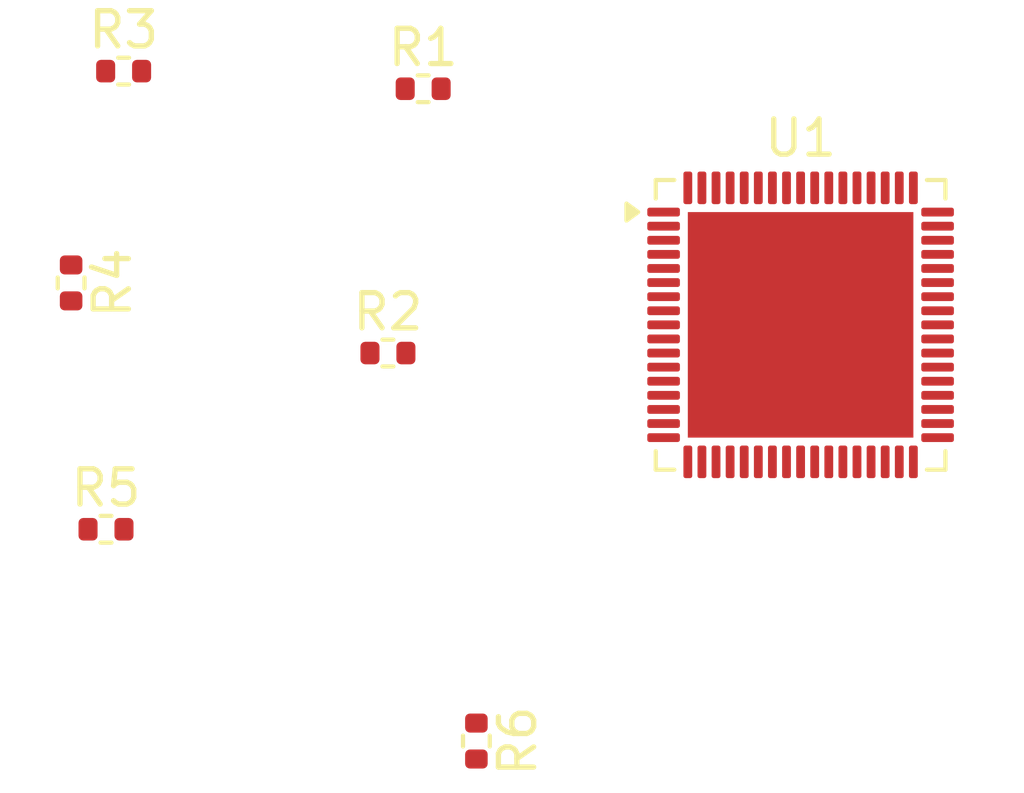
<source format=kicad_pcb>
(kicad_pcb (version 20241229) (generator "pcbnew") (generator_version "9.0")
  (layers (0 "F.Cu" signal) (2 "B.Cu" signal) (13 "F.Paste" user) (15 "B.Paste" user) (5 "F.SilkS" user "F.Silkscreen") (7 "B.SilkS" user "B.Silkscreen") (1 "F.Mask" user) (3 "B.Mask" user) (25 "Edge.Cuts" user))
  (net 0 "")
  (net 1 "Net-(U1-NRST)")
  (net 2 "Net-(U1-PC12)")
  (net 3 "Net-(U1-PC10)")
  (net 4 "Net-(U1-PC4)")
  (net 5 "Net-(R3-Pad1)")
  (net 6 "Net-(U1-RF1)")
  (net 7 "Net-(U1-PD0)")
  (net 34 "GND")
  (footprint "Resistor_SMD:R_0402_1005Metric" (layer "F.Cu") (at 139 84.51 -90)
    (property "Reference" "R6" (at 0 -1.17 90) (layer "F.SilkS"))
    (property "Value" "10k")
    (fp_line (start -0.153641 0.38) (end 0.153641 0.38) (stroke (width 0.12)) (layer "F.SilkS"))
    (fp_line (start -0.153641 -0.38) (end 0.153641 -0.38) (stroke (width 0.12)) (layer "F.SilkS"))
    (pad "1" smd roundrect (at -0.51 0 270) (size 0.54 0.64) (layers "F.Cu" "F.Mask" "F.Paste") (net 7 "Net-(U1-PD0)"))
    (pad "2" smd roundrect (at 0.51 0 270) (size 0.54 0.64) (layers "F.Cu" "F.Mask" "F.Paste") (net 6 "Net-(U1-RF1)"))
  )
  (footprint "Resistor_SMD:R_0402_1005Metric" (layer "F.Cu") (at 127.5 71.51 -90)
    (property "Reference" "R4" (at 0 -1.17 90) (layer "F.SilkS"))
    (property "Value" "10k")
    (fp_line (start -0.153641 0.38) (end 0.153641 0.38) (stroke (width 0.12)) (layer "F.SilkS"))
    (fp_line (start -0.153641 -0.38) (end 0.153641 -0.38) (stroke (width 0.12)) (layer "F.SilkS"))
    (pad "1" smd roundrect (at -0.51 0 270) (size 0.54 0.64) (layers "F.Cu" "F.Mask" "F.Paste") (net 5 "Net-(R3-Pad1)"))
    (pad "2" smd roundrect (at 0.51 0 270) (size 0.54 0.64) (layers "F.Cu" "F.Mask" "F.Paste") (net 4 "Net-(U1-PC4)"))
  )
  (footprint "Resistor_SMD:R_0402_1005Metric" (layer "F.Cu") (at 128.99 65.5)
    (property "Reference" "R3" (at 0 -1.17 0) (layer "F.SilkS"))
    (property "Value" "10k")
    (fp_line (start -0.153641 -0.38) (end 0.153641 -0.38) (stroke (width 0.12)) (layer "F.SilkS"))
    (fp_line (start -0.153641 0.38) (end 0.153641 0.38) (stroke (width 0.12)) (layer "F.SilkS"))
    (pad "1" smd roundrect (at -0.51 0) (size 0.54 0.64) (layers "F.Cu" "F.Mask" "F.Paste") (net 5 "Net-(R3-Pad1)"))
    (pad "2" smd roundrect (at 0.51 0) (size 0.54 0.64) (layers "F.Cu" "F.Mask" "F.Paste") (net 2 "Net-(U1-PC12)"))
  )
  (footprint "Package_DFN_QFN:QFN-68-1EP_8x8mm_P0.4mm_EP6.4x6.4mm" (layer "F.Cu") (at 148.2 72.7)
    (property "Reference" "U1" (at 0 -5.3 0) (layer "F.SilkS"))
    (property "Value" "STM32WB55RCVx")
    (fp_line (start -4.11 -4.11) (end -3.585 -4.11) (stroke (width 0.12)) (layer "F.SilkS"))
    (fp_line (start -4.11 -3.585) (end -4.11 -4.11) (stroke (width 0.12)) (layer "F.SilkS"))
    (fp_line (start -4.11 4.11) (end -4.11 3.585) (stroke (width 0.12)) (layer "F.SilkS"))
    (fp_line (start -3.585 4.11) (end -4.11 4.11) (stroke (width 0.12)) (layer "F.SilkS"))
    (fp_line (start 3.585 -4.11) (end 4.11 -4.11) (stroke (width 0.12)) (layer "F.SilkS"))
    (fp_line (start 4.11 -4.11) (end 4.11 -3.585) (stroke (width 0.12)) (layer "F.SilkS"))
    (fp_line (start 4.11 3.585) (end 4.11 4.11) (stroke (width 0.12)) (layer "F.SilkS"))
    (fp_line (start 4.11 4.11) (end 3.585 4.11) (stroke (width 0.12)) (layer "F.SilkS"))
    (fp_poly (pts (xy -4.61 -3.2) (xy -4.94 -2.96) (xy -4.94 -3.44)) (stroke (width 0.12)) (fill yes) (layer "F.SilkS"))
    (pad "1" smd roundrect (at -3.8875 -3.2) (size 0.925 0.25) (layers "F.Cu" "F.Mask" "F.Paste"))
    (pad "2" smd roundrect (at -3.8875 -2.8) (size 0.925 0.25) (layers "F.Cu" "F.Mask" "F.Paste") (net 34 "GND"))
    (pad "3" smd roundrect (at -3.8875 -2.4) (size 0.925 0.25) (layers "F.Cu" "F.Mask" "F.Paste") (net 34 "GND"))
    (pad "4" smd roundrect (at -3.8875 -2) (size 0.925 0.25) (layers "F.Cu" "F.Mask" "F.Paste") (net 34 "GND"))
    (pad "5" smd roundrect (at -3.8875 -1.6) (size 0.925 0.25) (layers "F.Cu" "F.Mask" "F.Paste"))
    (pad "6" smd roundrect (at -3.8875 -1.2) (size 0.925 0.25) (layers "F.Cu" "F.Mask" "F.Paste"))
    (pad "7" smd roundrect (at -3.8875 -0.8) (size 0.925 0.25) (layers "F.Cu" "F.Mask" "F.Paste"))
    (pad "8" smd roundrect (at -3.8875 -0.4) (size 0.925 0.25) (layers "F.Cu" "F.Mask" "F.Paste") (net 1 "Net-(U1-NRST)"))
    (pad "9" smd roundrect (at -3.8875 0) (size 0.925 0.25) (layers "F.Cu" "F.Mask" "F.Paste"))
    (pad "10" smd roundrect (at -3.8875 0.4) (size 0.925 0.25) (layers "F.Cu" "F.Mask" "F.Paste"))
    (pad "11" smd roundrect (at -3.8875 0.8) (size 0.925 0.25) (layers "F.Cu" "F.Mask" "F.Paste"))
    (pad "12" smd roundrect (at -3.8875 1.2) (size 0.925 0.25) (layers "F.Cu" "F.Mask" "F.Paste"))
    (pad "13" smd roundrect (at -3.8875 1.6) (size 0.925 0.25) (layers "F.Cu" "F.Mask" "F.Paste"))
    (pad "14" smd roundrect (at -3.8875 2) (size 0.925 0.25) (layers "F.Cu" "F.Mask" "F.Paste"))
    (pad "15" smd roundrect (at -3.8875 2.4) (size 0.925 0.25) (layers "F.Cu" "F.Mask" "F.Paste"))
    (pad "16" smd roundrect (at -3.8875 2.8) (size 0.925 0.25) (layers "F.Cu" "F.Mask" "F.Paste"))
    (pad "17" smd roundrect (at -3.8875 3.2) (size 0.925 0.25) (layers "F.Cu" "F.Mask" "F.Paste"))
    (pad "18" smd roundrect (at -3.2 3.8875) (size 0.25 0.925) (layers "F.Cu" "F.Mask" "F.Paste"))
    (pad "19" smd roundrect (at -2.8 3.8875) (size 0.25 0.925) (layers "F.Cu" "F.Mask" "F.Paste"))
    (pad "20" smd roundrect (at -2.4 3.8875) (size 0.25 0.925) (layers "F.Cu" "F.Mask" "F.Paste"))
    (pad "21" smd roundrect (at -2 3.8875) (size 0.25 0.925) (layers "F.Cu" "F.Mask" "F.Paste"))
    (pad "22" smd roundrect (at -1.6 3.8875) (size 0.25 0.925) (layers "F.Cu" "F.Mask" "F.Paste"))
    (pad "23" smd roundrect (at -1.2 3.8875) (size 0.25 0.925) (layers "F.Cu" "F.Mask" "F.Paste"))
    (pad "24" smd roundrect (at -0.8 3.8875) (size 0.25 0.925) (layers "F.Cu" "F.Mask" "F.Paste"))
    (pad "25" smd roundrect (at -0.4 3.8875) (size 0.25 0.925) (layers "F.Cu" "F.Mask" "F.Paste") (net 4 "Net-(U1-PC4)"))
    (pad "26" smd roundrect (at 0 3.8875) (size 0.25 0.925) (layers "F.Cu" "F.Mask" "F.Paste"))
    (pad "27" smd roundrect (at 0.4 3.8875) (size 0.25 0.925) (layers "F.Cu" "F.Mask" "F.Paste"))
    (pad "28" smd roundrect (at 0.8 3.8875) (size 0.25 0.925) (layers "F.Cu" "F.Mask" "F.Paste"))
    (pad "29" smd roundrect (at 1.2 3.8875) (size 0.25 0.925) (layers "F.Cu" "F.Mask" "F.Paste"))
    (pad "30" smd roundrect (at 1.6 3.8875) (size 0.25 0.925) (layers "F.Cu" "F.Mask" "F.Paste"))
    (pad "31" smd roundrect (at 2 3.8875) (size 0.25 0.925) (layers "F.Cu" "F.Mask" "F.Paste") (net 6 "Net-(U1-RF1)"))
    (pad "32" smd roundrect (at 2.4 3.8875) (size 0.25 0.925) (layers "F.Cu" "F.Mask" "F.Paste"))
    (pad "33" smd roundrect (at 2.8 3.8875) (size 0.25 0.925) (layers "F.Cu" "F.Mask" "F.Paste"))
    (pad "34" smd roundrect (at 3.2 3.8875) (size 0.25 0.925) (layers "F.Cu" "F.Mask" "F.Paste"))
    (pad "35" smd roundrect (at 3.8875 3.2) (size 0.925 0.25) (layers "F.Cu" "F.Mask" "F.Paste"))
    (pad "36" smd roundrect (at 3.8875 2.8) (size 0.925 0.25) (layers "F.Cu" "F.Mask" "F.Paste"))
    (pad "37" smd roundrect (at 3.8875 2.4) (size 0.925 0.25) (layers "F.Cu" "F.Mask" "F.Paste"))
    (pad "38" smd roundrect (at 3.8875 2) (size 0.925 0.25) (layers "F.Cu" "F.Mask" "F.Paste"))
    (pad "39" smd roundrect (at 3.8875 1.6) (size 0.925 0.25) (layers "F.Cu" "F.Mask" "F.Paste"))
    (pad "40" smd roundrect (at 3.8875 1.2) (size 0.925 0.25) (layers "F.Cu" "F.Mask" "F.Paste"))
    (pad "41" smd roundrect (at 3.8875 0.8) (size 0.925 0.25) (layers "F.Cu" "F.Mask" "F.Paste"))
    (pad "42" smd roundrect (at 3.8875 0.4) (size 0.925 0.25) (layers "F.Cu" "F.Mask" "F.Paste"))
    (pad "43" smd roundrect (at 3.8875 0) (size 0.925 0.25) (layers "F.Cu" "F.Mask" "F.Paste"))
    (pad "44" smd roundrect (at 3.8875 -0.4) (size 0.925 0.25) (layers "F.Cu" "F.Mask" "F.Paste"))
    (pad "45" smd roundrect (at 3.8875 -0.8) (size 0.925 0.25) (layers "F.Cu" "F.Mask" "F.Paste"))
    (pad "46" smd roundrect (at 3.8875 -1.2) (size 0.925 0.25) (layers "F.Cu" "F.Mask" "F.Paste"))
    (pad "47" smd roundrect (at 3.8875 -1.6) (size 0.925 0.25) (layers "F.Cu" "F.Mask" "F.Paste"))
    (pad "48" smd roundrect (at 3.8875 -2) (size 0.925 0.25) (layers "F.Cu" "F.Mask" "F.Paste"))
    (pad "49" smd roundrect (at 3.8875 -2.4) (size 0.925 0.25) (layers "F.Cu" "F.Mask" "F.Paste"))
    (pad "50" smd roundrect (at 3.8875 -2.8) (size 0.925 0.25) (layers "F.Cu" "F.Mask" "F.Paste"))
    (pad "51" smd roundrect (at 3.8875 -3.2) (size 0.925 0.25) (layers "F.Cu" "F.Mask" "F.Paste"))
    (pad "52" smd roundrect (at 3.2 -3.8875) (size 0.25 0.925) (layers "F.Cu" "F.Mask" "F.Paste"))
    (pad "53" smd roundrect (at 2.8 -3.8875) (size 0.25 0.925) (layers "F.Cu" "F.Mask" "F.Paste"))
    (pad "54" smd roundrect (at 2.4 -3.8875) (size 0.25 0.925) (layers "F.Cu" "F.Mask" "F.Paste"))
    (pad "55" smd roundrect (at 2 -3.8875) (size 0.25 0.925) (layers "F.Cu" "F.Mask" "F.Paste"))
    (pad "56" smd roundrect (at 1.6 -3.8875) (size 0.25 0.925) (layers "F.Cu" "F.Mask" "F.Paste"))
    (pad "57" smd roundrect (at 1.2 -3.8875) (size 0.25 0.925) (layers "F.Cu" "F.Mask" "F.Paste"))
    (pad "58" smd roundrect (at 0.8 -3.8875) (size 0.25 0.925) (layers "F.Cu" "F.Mask" "F.Paste") (net 3 "Net-(U1-PC10)"))
    (pad "59" smd roundrect (at 0.4 -3.8875) (size 0.25 0.925) (layers "F.Cu" "F.Mask" "F.Paste"))
    (pad "60" smd roundrect (at 0 -3.8875) (size 0.25 0.925) (layers "F.Cu" "F.Mask" "F.Paste") (net 2 "Net-(U1-PC12)"))
    (pad "61" smd roundrect (at -0.4 -3.8875) (size 0.25 0.925) (layers "F.Cu" "F.Mask" "F.Paste") (net 7 "Net-(U1-PD0)"))
    (pad "62" smd roundrect (at -0.8 -3.8875) (size 0.25 0.925) (layers "F.Cu" "F.Mask" "F.Paste"))
    (pad "63" smd roundrect (at -1.2 -3.8875) (size 0.25 0.925) (layers "F.Cu" "F.Mask" "F.Paste"))
    (pad "64" smd roundrect (at -1.6 -3.8875) (size 0.25 0.925) (layers "F.Cu" "F.Mask" "F.Paste"))
    (pad "65" smd roundrect (at -2 -3.8875) (size 0.25 0.925) (layers "F.Cu" "F.Mask" "F.Paste"))
    (pad "66" smd roundrect (at -2.4 -3.8875) (size 0.25 0.925) (layers "F.Cu" "F.Mask" "F.Paste"))
    (pad "67" smd roundrect (at -2.8 -3.8875) (size 0.25 0.925) (layers "F.Cu" "F.Mask" "F.Paste"))
    (pad "68" smd roundrect (at -3.2 -3.8875) (size 0.25 0.925) (layers "F.Cu" "F.Mask" "F.Paste"))
    (pad "69" smd rect (at 0 0) (size 6.4 6.4) (property pad_prop_heatsink) (layers "F.Cu" "F.Mask"))
  )
  (footprint "Resistor_SMD:R_0402_1005Metric" (layer "F.Cu") (at 137.49 66)
    (property "Reference" "R1" (at 0 -1.17 0) (layer "F.SilkS"))
    (property "Value" "10k")
    (fp_line (start -0.153641 -0.38) (end 0.153641 -0.38) (stroke (width 0.12)) (layer "F.SilkS"))
    (fp_line (start -0.153641 0.38) (end 0.153641 0.38) (stroke (width 0.12)) (layer "F.SilkS"))
    (pad "1" smd roundrect (at -0.51 0) (size 0.54 0.64) (layers "F.Cu" "F.Mask" "F.Paste") (net 2 "Net-(U1-PC12)"))
    (pad "2" smd roundrect (at 0.51 0) (size 0.54 0.64) (layers "F.Cu" "F.Mask" "F.Paste") (net 1 "Net-(U1-NRST)"))
  )
  (footprint "Resistor_SMD:R_0402_1005Metric" (layer "F.Cu") (at 128.49 78.5)
    (property "Reference" "R5" (at 0 -1.17 0) (layer "F.SilkS"))
    (property "Value" "10k")
    (fp_line (start -0.153641 -0.38) (end 0.153641 -0.38) (stroke (width 0.12)) (layer "F.SilkS"))
    (fp_line (start -0.153641 0.38) (end 0.153641 0.38) (stroke (width 0.12)) (layer "F.SilkS"))
    (pad "1" smd roundrect (at -0.51 0) (size 0.54 0.64) (layers "F.Cu" "F.Mask" "F.Paste") (net 6 "Net-(U1-RF1)"))
    (pad "2" smd roundrect (at 0.51 0) (size 0.54 0.64) (layers "F.Cu" "F.Mask" "F.Paste") (net 1 "Net-(U1-NRST)"))
  )
  (footprint "Resistor_SMD:R_0402_1005Metric" (layer "F.Cu") (at 136.49 73.5)
    (property "Reference" "R2" (at 0 -1.17 0) (layer "F.SilkS"))
    (property "Value" "10k")
    (fp_line (start -0.153641 -0.38) (end 0.153641 -0.38) (stroke (width 0.12)) (layer "F.SilkS"))
    (fp_line (start -0.153641 0.38) (end 0.153641 0.38) (stroke (width 0.12)) (layer "F.SilkS"))
    (pad "1" smd roundrect (at -0.51 0) (size 0.54 0.64) (layers "F.Cu" "F.Mask" "F.Paste") (net 3 "Net-(U1-PC10)"))
    (pad "2" smd roundrect (at 0.51 0) (size 0.54 0.64) (layers "F.Cu" "F.Mask" "F.Paste") (net 4 "Net-(U1-PC4)"))
  )
)
</source>
